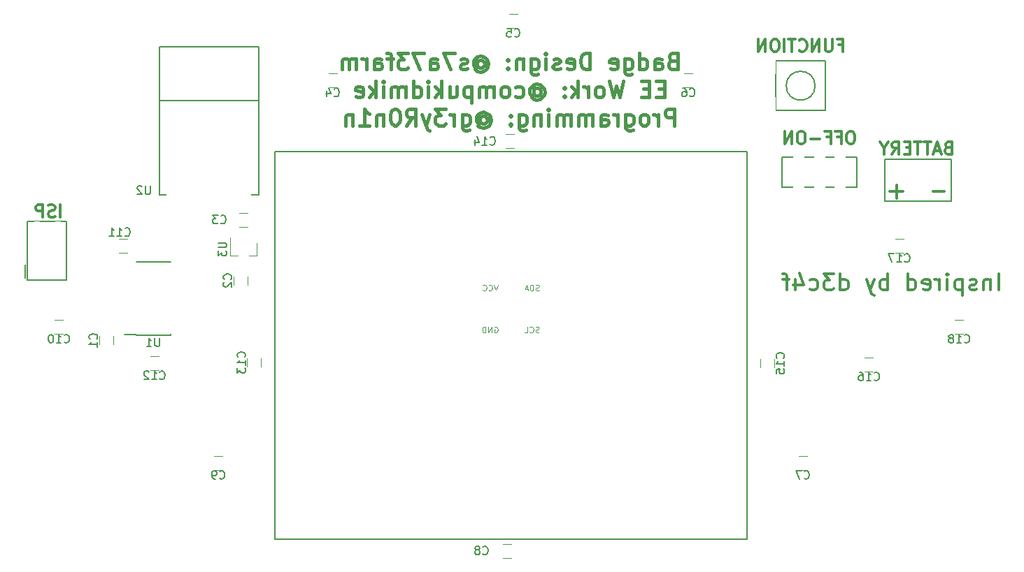
<source format=gbo>
G04 #@! TF.FileFunction,Legend,Bot*
%FSLAX46Y46*%
G04 Gerber Fmt 4.6, Leading zero omitted, Abs format (unit mm)*
G04 Created by KiCad (PCBNEW 4.0.7) date 06/01/18 20:23:33*
%MOMM*%
%LPD*%
G01*
G04 APERTURE LIST*
%ADD10C,0.100000*%
%ADD11C,0.300000*%
%ADD12C,0.400000*%
%ADD13C,0.150000*%
%ADD14C,0.120000*%
%ADD15R,1.400000X3.000000*%
%ADD16R,1.400000X2.400000*%
%ADD17R,1.950000X1.700000*%
%ADD18C,1.900000*%
%ADD19R,1.900000X1.900000*%
%ADD20R,1.200000X1.300000*%
%ADD21R,1.900000X1.000000*%
%ADD22R,1.400000X1.650000*%
%ADD23R,1.650000X1.400000*%
%ADD24C,2.600000*%
%ADD25C,2.100000*%
%ADD26O,2.100000X2.100000*%
G04 APERTURE END LIST*
D10*
D11*
X211151764Y-87391762D02*
X211151764Y-85391762D01*
X210199383Y-86058429D02*
X210199383Y-87391762D01*
X210199383Y-86248905D02*
X210104144Y-86153667D01*
X209913668Y-86058429D01*
X209627954Y-86058429D01*
X209437478Y-86153667D01*
X209342240Y-86344143D01*
X209342240Y-87391762D01*
X208485097Y-87296524D02*
X208294620Y-87391762D01*
X207913668Y-87391762D01*
X207723192Y-87296524D01*
X207627954Y-87106048D01*
X207627954Y-87010810D01*
X207723192Y-86820333D01*
X207913668Y-86725095D01*
X208199382Y-86725095D01*
X208389859Y-86629857D01*
X208485097Y-86439381D01*
X208485097Y-86344143D01*
X208389859Y-86153667D01*
X208199382Y-86058429D01*
X207913668Y-86058429D01*
X207723192Y-86153667D01*
X206770811Y-86058429D02*
X206770811Y-88058429D01*
X206770811Y-86153667D02*
X206580334Y-86058429D01*
X206199382Y-86058429D01*
X206008906Y-86153667D01*
X205913668Y-86248905D01*
X205818430Y-86439381D01*
X205818430Y-87010810D01*
X205913668Y-87201286D01*
X206008906Y-87296524D01*
X206199382Y-87391762D01*
X206580334Y-87391762D01*
X206770811Y-87296524D01*
X204961287Y-87391762D02*
X204961287Y-86058429D01*
X204961287Y-85391762D02*
X205056525Y-85487000D01*
X204961287Y-85582238D01*
X204866048Y-85487000D01*
X204961287Y-85391762D01*
X204961287Y-85582238D01*
X204008906Y-87391762D02*
X204008906Y-86058429D01*
X204008906Y-86439381D02*
X203913667Y-86248905D01*
X203818429Y-86153667D01*
X203627953Y-86058429D01*
X203437477Y-86058429D01*
X202008906Y-87296524D02*
X202199382Y-87391762D01*
X202580334Y-87391762D01*
X202770811Y-87296524D01*
X202866049Y-87106048D01*
X202866049Y-86344143D01*
X202770811Y-86153667D01*
X202580334Y-86058429D01*
X202199382Y-86058429D01*
X202008906Y-86153667D01*
X201913668Y-86344143D01*
X201913668Y-86534619D01*
X202866049Y-86725095D01*
X200199382Y-87391762D02*
X200199382Y-85391762D01*
X200199382Y-87296524D02*
X200389858Y-87391762D01*
X200770810Y-87391762D01*
X200961286Y-87296524D01*
X201056525Y-87201286D01*
X201151763Y-87010810D01*
X201151763Y-86439381D01*
X201056525Y-86248905D01*
X200961286Y-86153667D01*
X200770810Y-86058429D01*
X200389858Y-86058429D01*
X200199382Y-86153667D01*
X197723191Y-87391762D02*
X197723191Y-85391762D01*
X197723191Y-86153667D02*
X197532714Y-86058429D01*
X197151762Y-86058429D01*
X196961286Y-86153667D01*
X196866048Y-86248905D01*
X196770810Y-86439381D01*
X196770810Y-87010810D01*
X196866048Y-87201286D01*
X196961286Y-87296524D01*
X197151762Y-87391762D01*
X197532714Y-87391762D01*
X197723191Y-87296524D01*
X196104143Y-86058429D02*
X195627952Y-87391762D01*
X195151762Y-86058429D02*
X195627952Y-87391762D01*
X195818428Y-87867952D01*
X195913667Y-87963190D01*
X196104143Y-88058429D01*
X192008904Y-87391762D02*
X192008904Y-85391762D01*
X192008904Y-87296524D02*
X192199380Y-87391762D01*
X192580332Y-87391762D01*
X192770808Y-87296524D01*
X192866047Y-87201286D01*
X192961285Y-87010810D01*
X192961285Y-86439381D01*
X192866047Y-86248905D01*
X192770808Y-86153667D01*
X192580332Y-86058429D01*
X192199380Y-86058429D01*
X192008904Y-86153667D01*
X191246999Y-85391762D02*
X190008903Y-85391762D01*
X190675570Y-86153667D01*
X190389856Y-86153667D01*
X190199380Y-86248905D01*
X190104142Y-86344143D01*
X190008903Y-86534619D01*
X190008903Y-87010810D01*
X190104142Y-87201286D01*
X190199380Y-87296524D01*
X190389856Y-87391762D01*
X190961284Y-87391762D01*
X191151761Y-87296524D01*
X191246999Y-87201286D01*
X188294618Y-87296524D02*
X188485094Y-87391762D01*
X188866046Y-87391762D01*
X189056522Y-87296524D01*
X189151761Y-87201286D01*
X189246999Y-87010810D01*
X189246999Y-86439381D01*
X189151761Y-86248905D01*
X189056522Y-86153667D01*
X188866046Y-86058429D01*
X188485094Y-86058429D01*
X188294618Y-86153667D01*
X186580332Y-86058429D02*
X186580332Y-87391762D01*
X187056522Y-85296524D02*
X187532713Y-86725095D01*
X186294617Y-86725095D01*
X185818427Y-86058429D02*
X185056522Y-86058429D01*
X185532713Y-87391762D02*
X185532713Y-85677476D01*
X185437474Y-85487000D01*
X185246998Y-85391762D01*
X185056522Y-85391762D01*
D12*
X171685669Y-59576143D02*
X171399955Y-59671381D01*
X171304716Y-59766619D01*
X171209478Y-59957095D01*
X171209478Y-60242810D01*
X171304716Y-60433286D01*
X171399955Y-60528524D01*
X171590431Y-60623762D01*
X172352336Y-60623762D01*
X172352336Y-58623762D01*
X171685669Y-58623762D01*
X171495193Y-58719000D01*
X171399955Y-58814238D01*
X171304716Y-59004714D01*
X171304716Y-59195190D01*
X171399955Y-59385667D01*
X171495193Y-59480905D01*
X171685669Y-59576143D01*
X172352336Y-59576143D01*
X169495193Y-60623762D02*
X169495193Y-59576143D01*
X169590431Y-59385667D01*
X169780907Y-59290429D01*
X170161859Y-59290429D01*
X170352336Y-59385667D01*
X169495193Y-60528524D02*
X169685669Y-60623762D01*
X170161859Y-60623762D01*
X170352336Y-60528524D01*
X170447574Y-60338048D01*
X170447574Y-60147571D01*
X170352336Y-59957095D01*
X170161859Y-59861857D01*
X169685669Y-59861857D01*
X169495193Y-59766619D01*
X167685669Y-60623762D02*
X167685669Y-58623762D01*
X167685669Y-60528524D02*
X167876145Y-60623762D01*
X168257097Y-60623762D01*
X168447573Y-60528524D01*
X168542812Y-60433286D01*
X168638050Y-60242810D01*
X168638050Y-59671381D01*
X168542812Y-59480905D01*
X168447573Y-59385667D01*
X168257097Y-59290429D01*
X167876145Y-59290429D01*
X167685669Y-59385667D01*
X165876145Y-59290429D02*
X165876145Y-60909476D01*
X165971383Y-61099952D01*
X166066621Y-61195190D01*
X166257097Y-61290429D01*
X166542811Y-61290429D01*
X166733288Y-61195190D01*
X165876145Y-60528524D02*
X166066621Y-60623762D01*
X166447573Y-60623762D01*
X166638049Y-60528524D01*
X166733288Y-60433286D01*
X166828526Y-60242810D01*
X166828526Y-59671381D01*
X166733288Y-59480905D01*
X166638049Y-59385667D01*
X166447573Y-59290429D01*
X166066621Y-59290429D01*
X165876145Y-59385667D01*
X164161859Y-60528524D02*
X164352335Y-60623762D01*
X164733287Y-60623762D01*
X164923764Y-60528524D01*
X165019002Y-60338048D01*
X165019002Y-59576143D01*
X164923764Y-59385667D01*
X164733287Y-59290429D01*
X164352335Y-59290429D01*
X164161859Y-59385667D01*
X164066621Y-59576143D01*
X164066621Y-59766619D01*
X165019002Y-59957095D01*
X161685668Y-60623762D02*
X161685668Y-58623762D01*
X161209477Y-58623762D01*
X160923763Y-58719000D01*
X160733287Y-58909476D01*
X160638048Y-59099952D01*
X160542810Y-59480905D01*
X160542810Y-59766619D01*
X160638048Y-60147571D01*
X160733287Y-60338048D01*
X160923763Y-60528524D01*
X161209477Y-60623762D01*
X161685668Y-60623762D01*
X158923763Y-60528524D02*
X159114239Y-60623762D01*
X159495191Y-60623762D01*
X159685668Y-60528524D01*
X159780906Y-60338048D01*
X159780906Y-59576143D01*
X159685668Y-59385667D01*
X159495191Y-59290429D01*
X159114239Y-59290429D01*
X158923763Y-59385667D01*
X158828525Y-59576143D01*
X158828525Y-59766619D01*
X159780906Y-59957095D01*
X158066620Y-60528524D02*
X157876143Y-60623762D01*
X157495191Y-60623762D01*
X157304715Y-60528524D01*
X157209477Y-60338048D01*
X157209477Y-60242810D01*
X157304715Y-60052333D01*
X157495191Y-59957095D01*
X157780905Y-59957095D01*
X157971382Y-59861857D01*
X158066620Y-59671381D01*
X158066620Y-59576143D01*
X157971382Y-59385667D01*
X157780905Y-59290429D01*
X157495191Y-59290429D01*
X157304715Y-59385667D01*
X156352334Y-60623762D02*
X156352334Y-59290429D01*
X156352334Y-58623762D02*
X156447572Y-58719000D01*
X156352334Y-58814238D01*
X156257095Y-58719000D01*
X156352334Y-58623762D01*
X156352334Y-58814238D01*
X154542810Y-59290429D02*
X154542810Y-60909476D01*
X154638048Y-61099952D01*
X154733286Y-61195190D01*
X154923762Y-61290429D01*
X155209476Y-61290429D01*
X155399953Y-61195190D01*
X154542810Y-60528524D02*
X154733286Y-60623762D01*
X155114238Y-60623762D01*
X155304714Y-60528524D01*
X155399953Y-60433286D01*
X155495191Y-60242810D01*
X155495191Y-59671381D01*
X155399953Y-59480905D01*
X155304714Y-59385667D01*
X155114238Y-59290429D01*
X154733286Y-59290429D01*
X154542810Y-59385667D01*
X153590429Y-59290429D02*
X153590429Y-60623762D01*
X153590429Y-59480905D02*
X153495190Y-59385667D01*
X153304714Y-59290429D01*
X153019000Y-59290429D01*
X152828524Y-59385667D01*
X152733286Y-59576143D01*
X152733286Y-60623762D01*
X151780905Y-60433286D02*
X151685666Y-60528524D01*
X151780905Y-60623762D01*
X151876143Y-60528524D01*
X151780905Y-60433286D01*
X151780905Y-60623762D01*
X151780905Y-59385667D02*
X151685666Y-59480905D01*
X151780905Y-59576143D01*
X151876143Y-59480905D01*
X151780905Y-59385667D01*
X151780905Y-59576143D01*
X148066618Y-59671381D02*
X148161856Y-59576143D01*
X148352333Y-59480905D01*
X148542809Y-59480905D01*
X148733285Y-59576143D01*
X148828523Y-59671381D01*
X148923761Y-59861857D01*
X148923761Y-60052333D01*
X148828523Y-60242810D01*
X148733285Y-60338048D01*
X148542809Y-60433286D01*
X148352333Y-60433286D01*
X148161856Y-60338048D01*
X148066618Y-60242810D01*
X148066618Y-59480905D02*
X148066618Y-60242810D01*
X147971380Y-60338048D01*
X147876142Y-60338048D01*
X147685666Y-60242810D01*
X147590428Y-60052333D01*
X147590428Y-59576143D01*
X147780904Y-59290429D01*
X148066618Y-59099952D01*
X148447571Y-59004714D01*
X148828523Y-59099952D01*
X149114237Y-59290429D01*
X149304714Y-59576143D01*
X149399952Y-59957095D01*
X149304714Y-60338048D01*
X149114237Y-60623762D01*
X148828523Y-60814238D01*
X148447571Y-60909476D01*
X148066618Y-60814238D01*
X147780904Y-60623762D01*
X146828523Y-60528524D02*
X146638046Y-60623762D01*
X146257094Y-60623762D01*
X146066618Y-60528524D01*
X145971380Y-60338048D01*
X145971380Y-60242810D01*
X146066618Y-60052333D01*
X146257094Y-59957095D01*
X146542808Y-59957095D01*
X146733285Y-59861857D01*
X146828523Y-59671381D01*
X146828523Y-59576143D01*
X146733285Y-59385667D01*
X146542808Y-59290429D01*
X146257094Y-59290429D01*
X146066618Y-59385667D01*
X145304713Y-58623762D02*
X143971379Y-58623762D01*
X144828522Y-60623762D01*
X142352332Y-60623762D02*
X142352332Y-59576143D01*
X142447570Y-59385667D01*
X142638046Y-59290429D01*
X143018998Y-59290429D01*
X143209475Y-59385667D01*
X142352332Y-60528524D02*
X142542808Y-60623762D01*
X143018998Y-60623762D01*
X143209475Y-60528524D01*
X143304713Y-60338048D01*
X143304713Y-60147571D01*
X143209475Y-59957095D01*
X143018998Y-59861857D01*
X142542808Y-59861857D01*
X142352332Y-59766619D01*
X141590427Y-58623762D02*
X140257093Y-58623762D01*
X141114236Y-60623762D01*
X139685665Y-58623762D02*
X138447569Y-58623762D01*
X139114236Y-59385667D01*
X138828522Y-59385667D01*
X138638046Y-59480905D01*
X138542808Y-59576143D01*
X138447569Y-59766619D01*
X138447569Y-60242810D01*
X138542808Y-60433286D01*
X138638046Y-60528524D01*
X138828522Y-60623762D01*
X139399950Y-60623762D01*
X139590427Y-60528524D01*
X139685665Y-60433286D01*
X137876141Y-59290429D02*
X137114236Y-59290429D01*
X137590427Y-60623762D02*
X137590427Y-58909476D01*
X137495188Y-58719000D01*
X137304712Y-58623762D01*
X137114236Y-58623762D01*
X135590427Y-60623762D02*
X135590427Y-59576143D01*
X135685665Y-59385667D01*
X135876141Y-59290429D01*
X136257093Y-59290429D01*
X136447570Y-59385667D01*
X135590427Y-60528524D02*
X135780903Y-60623762D01*
X136257093Y-60623762D01*
X136447570Y-60528524D01*
X136542808Y-60338048D01*
X136542808Y-60147571D01*
X136447570Y-59957095D01*
X136257093Y-59861857D01*
X135780903Y-59861857D01*
X135590427Y-59766619D01*
X134638046Y-60623762D02*
X134638046Y-59290429D01*
X134638046Y-59671381D02*
X134542807Y-59480905D01*
X134447569Y-59385667D01*
X134257093Y-59290429D01*
X134066617Y-59290429D01*
X133399951Y-60623762D02*
X133399951Y-59290429D01*
X133399951Y-59480905D02*
X133304712Y-59385667D01*
X133114236Y-59290429D01*
X132828522Y-59290429D01*
X132638046Y-59385667D01*
X132542808Y-59576143D01*
X132542808Y-60623762D01*
X132542808Y-59576143D02*
X132447570Y-59385667D01*
X132257093Y-59290429D01*
X131971379Y-59290429D01*
X131780903Y-59385667D01*
X131685665Y-59576143D01*
X131685665Y-60623762D01*
X170685669Y-62976143D02*
X170019002Y-62976143D01*
X169733288Y-64023762D02*
X170685669Y-64023762D01*
X170685669Y-62023762D01*
X169733288Y-62023762D01*
X168876145Y-62976143D02*
X168209478Y-62976143D01*
X167923764Y-64023762D02*
X168876145Y-64023762D01*
X168876145Y-62023762D01*
X167923764Y-62023762D01*
X165733287Y-62023762D02*
X165257096Y-64023762D01*
X164876144Y-62595190D01*
X164495191Y-64023762D01*
X164019001Y-62023762D01*
X162971382Y-64023762D02*
X163161858Y-63928524D01*
X163257097Y-63833286D01*
X163352335Y-63642810D01*
X163352335Y-63071381D01*
X163257097Y-62880905D01*
X163161858Y-62785667D01*
X162971382Y-62690429D01*
X162685668Y-62690429D01*
X162495192Y-62785667D01*
X162399954Y-62880905D01*
X162304716Y-63071381D01*
X162304716Y-63642810D01*
X162399954Y-63833286D01*
X162495192Y-63928524D01*
X162685668Y-64023762D01*
X162971382Y-64023762D01*
X161447573Y-64023762D02*
X161447573Y-62690429D01*
X161447573Y-63071381D02*
X161352334Y-62880905D01*
X161257096Y-62785667D01*
X161066620Y-62690429D01*
X160876144Y-62690429D01*
X160209478Y-64023762D02*
X160209478Y-62023762D01*
X160019001Y-63261857D02*
X159447573Y-64023762D01*
X159447573Y-62690429D02*
X160209478Y-63452333D01*
X158590430Y-63833286D02*
X158495191Y-63928524D01*
X158590430Y-64023762D01*
X158685668Y-63928524D01*
X158590430Y-63833286D01*
X158590430Y-64023762D01*
X158590430Y-62785667D02*
X158495191Y-62880905D01*
X158590430Y-62976143D01*
X158685668Y-62880905D01*
X158590430Y-62785667D01*
X158590430Y-62976143D01*
X154876143Y-63071381D02*
X154971381Y-62976143D01*
X155161858Y-62880905D01*
X155352334Y-62880905D01*
X155542810Y-62976143D01*
X155638048Y-63071381D01*
X155733286Y-63261857D01*
X155733286Y-63452333D01*
X155638048Y-63642810D01*
X155542810Y-63738048D01*
X155352334Y-63833286D01*
X155161858Y-63833286D01*
X154971381Y-63738048D01*
X154876143Y-63642810D01*
X154876143Y-62880905D02*
X154876143Y-63642810D01*
X154780905Y-63738048D01*
X154685667Y-63738048D01*
X154495191Y-63642810D01*
X154399953Y-63452333D01*
X154399953Y-62976143D01*
X154590429Y-62690429D01*
X154876143Y-62499952D01*
X155257096Y-62404714D01*
X155638048Y-62499952D01*
X155923762Y-62690429D01*
X156114239Y-62976143D01*
X156209477Y-63357095D01*
X156114239Y-63738048D01*
X155923762Y-64023762D01*
X155638048Y-64214238D01*
X155257096Y-64309476D01*
X154876143Y-64214238D01*
X154590429Y-64023762D01*
X152685667Y-63928524D02*
X152876143Y-64023762D01*
X153257095Y-64023762D01*
X153447571Y-63928524D01*
X153542810Y-63833286D01*
X153638048Y-63642810D01*
X153638048Y-63071381D01*
X153542810Y-62880905D01*
X153447571Y-62785667D01*
X153257095Y-62690429D01*
X152876143Y-62690429D01*
X152685667Y-62785667D01*
X151542809Y-64023762D02*
X151733285Y-63928524D01*
X151828524Y-63833286D01*
X151923762Y-63642810D01*
X151923762Y-63071381D01*
X151828524Y-62880905D01*
X151733285Y-62785667D01*
X151542809Y-62690429D01*
X151257095Y-62690429D01*
X151066619Y-62785667D01*
X150971381Y-62880905D01*
X150876143Y-63071381D01*
X150876143Y-63642810D01*
X150971381Y-63833286D01*
X151066619Y-63928524D01*
X151257095Y-64023762D01*
X151542809Y-64023762D01*
X150019000Y-64023762D02*
X150019000Y-62690429D01*
X150019000Y-62880905D02*
X149923761Y-62785667D01*
X149733285Y-62690429D01*
X149447571Y-62690429D01*
X149257095Y-62785667D01*
X149161857Y-62976143D01*
X149161857Y-64023762D01*
X149161857Y-62976143D02*
X149066619Y-62785667D01*
X148876142Y-62690429D01*
X148590428Y-62690429D01*
X148399952Y-62785667D01*
X148304714Y-62976143D01*
X148304714Y-64023762D01*
X147352333Y-62690429D02*
X147352333Y-64690429D01*
X147352333Y-62785667D02*
X147161856Y-62690429D01*
X146780904Y-62690429D01*
X146590428Y-62785667D01*
X146495190Y-62880905D01*
X146399952Y-63071381D01*
X146399952Y-63642810D01*
X146495190Y-63833286D01*
X146590428Y-63928524D01*
X146780904Y-64023762D01*
X147161856Y-64023762D01*
X147352333Y-63928524D01*
X144685666Y-62690429D02*
X144685666Y-64023762D01*
X145542809Y-62690429D02*
X145542809Y-63738048D01*
X145447570Y-63928524D01*
X145257094Y-64023762D01*
X144971380Y-64023762D01*
X144780904Y-63928524D01*
X144685666Y-63833286D01*
X143733285Y-64023762D02*
X143733285Y-62023762D01*
X143542808Y-63261857D02*
X142971380Y-64023762D01*
X142971380Y-62690429D02*
X143733285Y-63452333D01*
X142114237Y-64023762D02*
X142114237Y-62690429D01*
X142114237Y-62023762D02*
X142209475Y-62119000D01*
X142114237Y-62214238D01*
X142018998Y-62119000D01*
X142114237Y-62023762D01*
X142114237Y-62214238D01*
X140304713Y-64023762D02*
X140304713Y-62023762D01*
X140304713Y-63928524D02*
X140495189Y-64023762D01*
X140876141Y-64023762D01*
X141066617Y-63928524D01*
X141161856Y-63833286D01*
X141257094Y-63642810D01*
X141257094Y-63071381D01*
X141161856Y-62880905D01*
X141066617Y-62785667D01*
X140876141Y-62690429D01*
X140495189Y-62690429D01*
X140304713Y-62785667D01*
X139352332Y-64023762D02*
X139352332Y-62690429D01*
X139352332Y-62880905D02*
X139257093Y-62785667D01*
X139066617Y-62690429D01*
X138780903Y-62690429D01*
X138590427Y-62785667D01*
X138495189Y-62976143D01*
X138495189Y-64023762D01*
X138495189Y-62976143D02*
X138399951Y-62785667D01*
X138209474Y-62690429D01*
X137923760Y-62690429D01*
X137733284Y-62785667D01*
X137638046Y-62976143D01*
X137638046Y-64023762D01*
X136685665Y-64023762D02*
X136685665Y-62690429D01*
X136685665Y-62023762D02*
X136780903Y-62119000D01*
X136685665Y-62214238D01*
X136590426Y-62119000D01*
X136685665Y-62023762D01*
X136685665Y-62214238D01*
X135733284Y-64023762D02*
X135733284Y-62023762D01*
X135542807Y-63261857D02*
X134971379Y-64023762D01*
X134971379Y-62690429D02*
X135733284Y-63452333D01*
X133352331Y-63928524D02*
X133542807Y-64023762D01*
X133923759Y-64023762D01*
X134114236Y-63928524D01*
X134209474Y-63738048D01*
X134209474Y-62976143D01*
X134114236Y-62785667D01*
X133923759Y-62690429D01*
X133542807Y-62690429D01*
X133352331Y-62785667D01*
X133257093Y-62976143D01*
X133257093Y-63166619D01*
X134209474Y-63357095D01*
X171923764Y-67423762D02*
X171923764Y-65423762D01*
X171161859Y-65423762D01*
X170971383Y-65519000D01*
X170876144Y-65614238D01*
X170780906Y-65804714D01*
X170780906Y-66090429D01*
X170876144Y-66280905D01*
X170971383Y-66376143D01*
X171161859Y-66471381D01*
X171923764Y-66471381D01*
X169923764Y-67423762D02*
X169923764Y-66090429D01*
X169923764Y-66471381D02*
X169828525Y-66280905D01*
X169733287Y-66185667D01*
X169542811Y-66090429D01*
X169352335Y-66090429D01*
X168399954Y-67423762D02*
X168590430Y-67328524D01*
X168685669Y-67233286D01*
X168780907Y-67042810D01*
X168780907Y-66471381D01*
X168685669Y-66280905D01*
X168590430Y-66185667D01*
X168399954Y-66090429D01*
X168114240Y-66090429D01*
X167923764Y-66185667D01*
X167828526Y-66280905D01*
X167733288Y-66471381D01*
X167733288Y-67042810D01*
X167828526Y-67233286D01*
X167923764Y-67328524D01*
X168114240Y-67423762D01*
X168399954Y-67423762D01*
X166019002Y-66090429D02*
X166019002Y-67709476D01*
X166114240Y-67899952D01*
X166209478Y-67995190D01*
X166399954Y-68090429D01*
X166685668Y-68090429D01*
X166876145Y-67995190D01*
X166019002Y-67328524D02*
X166209478Y-67423762D01*
X166590430Y-67423762D01*
X166780906Y-67328524D01*
X166876145Y-67233286D01*
X166971383Y-67042810D01*
X166971383Y-66471381D01*
X166876145Y-66280905D01*
X166780906Y-66185667D01*
X166590430Y-66090429D01*
X166209478Y-66090429D01*
X166019002Y-66185667D01*
X165066621Y-67423762D02*
X165066621Y-66090429D01*
X165066621Y-66471381D02*
X164971382Y-66280905D01*
X164876144Y-66185667D01*
X164685668Y-66090429D01*
X164495192Y-66090429D01*
X162971383Y-67423762D02*
X162971383Y-66376143D01*
X163066621Y-66185667D01*
X163257097Y-66090429D01*
X163638049Y-66090429D01*
X163828526Y-66185667D01*
X162971383Y-67328524D02*
X163161859Y-67423762D01*
X163638049Y-67423762D01*
X163828526Y-67328524D01*
X163923764Y-67138048D01*
X163923764Y-66947571D01*
X163828526Y-66757095D01*
X163638049Y-66661857D01*
X163161859Y-66661857D01*
X162971383Y-66566619D01*
X162019002Y-67423762D02*
X162019002Y-66090429D01*
X162019002Y-66280905D02*
X161923763Y-66185667D01*
X161733287Y-66090429D01*
X161447573Y-66090429D01*
X161257097Y-66185667D01*
X161161859Y-66376143D01*
X161161859Y-67423762D01*
X161161859Y-66376143D02*
X161066621Y-66185667D01*
X160876144Y-66090429D01*
X160590430Y-66090429D01*
X160399954Y-66185667D01*
X160304716Y-66376143D01*
X160304716Y-67423762D01*
X159352335Y-67423762D02*
X159352335Y-66090429D01*
X159352335Y-66280905D02*
X159257096Y-66185667D01*
X159066620Y-66090429D01*
X158780906Y-66090429D01*
X158590430Y-66185667D01*
X158495192Y-66376143D01*
X158495192Y-67423762D01*
X158495192Y-66376143D02*
X158399954Y-66185667D01*
X158209477Y-66090429D01*
X157923763Y-66090429D01*
X157733287Y-66185667D01*
X157638049Y-66376143D01*
X157638049Y-67423762D01*
X156685668Y-67423762D02*
X156685668Y-66090429D01*
X156685668Y-65423762D02*
X156780906Y-65519000D01*
X156685668Y-65614238D01*
X156590429Y-65519000D01*
X156685668Y-65423762D01*
X156685668Y-65614238D01*
X155733287Y-66090429D02*
X155733287Y-67423762D01*
X155733287Y-66280905D02*
X155638048Y-66185667D01*
X155447572Y-66090429D01*
X155161858Y-66090429D01*
X154971382Y-66185667D01*
X154876144Y-66376143D01*
X154876144Y-67423762D01*
X153066620Y-66090429D02*
X153066620Y-67709476D01*
X153161858Y-67899952D01*
X153257096Y-67995190D01*
X153447572Y-68090429D01*
X153733286Y-68090429D01*
X153923763Y-67995190D01*
X153066620Y-67328524D02*
X153257096Y-67423762D01*
X153638048Y-67423762D01*
X153828524Y-67328524D01*
X153923763Y-67233286D01*
X154019001Y-67042810D01*
X154019001Y-66471381D01*
X153923763Y-66280905D01*
X153828524Y-66185667D01*
X153638048Y-66090429D01*
X153257096Y-66090429D01*
X153066620Y-66185667D01*
X152114239Y-67233286D02*
X152019000Y-67328524D01*
X152114239Y-67423762D01*
X152209477Y-67328524D01*
X152114239Y-67233286D01*
X152114239Y-67423762D01*
X152114239Y-66185667D02*
X152019000Y-66280905D01*
X152114239Y-66376143D01*
X152209477Y-66280905D01*
X152114239Y-66185667D01*
X152114239Y-66376143D01*
X148399952Y-66471381D02*
X148495190Y-66376143D01*
X148685667Y-66280905D01*
X148876143Y-66280905D01*
X149066619Y-66376143D01*
X149161857Y-66471381D01*
X149257095Y-66661857D01*
X149257095Y-66852333D01*
X149161857Y-67042810D01*
X149066619Y-67138048D01*
X148876143Y-67233286D01*
X148685667Y-67233286D01*
X148495190Y-67138048D01*
X148399952Y-67042810D01*
X148399952Y-66280905D02*
X148399952Y-67042810D01*
X148304714Y-67138048D01*
X148209476Y-67138048D01*
X148019000Y-67042810D01*
X147923762Y-66852333D01*
X147923762Y-66376143D01*
X148114238Y-66090429D01*
X148399952Y-65899952D01*
X148780905Y-65804714D01*
X149161857Y-65899952D01*
X149447571Y-66090429D01*
X149638048Y-66376143D01*
X149733286Y-66757095D01*
X149638048Y-67138048D01*
X149447571Y-67423762D01*
X149161857Y-67614238D01*
X148780905Y-67709476D01*
X148399952Y-67614238D01*
X148114238Y-67423762D01*
X146209476Y-66090429D02*
X146209476Y-67709476D01*
X146304714Y-67899952D01*
X146399952Y-67995190D01*
X146590428Y-68090429D01*
X146876142Y-68090429D01*
X147066619Y-67995190D01*
X146209476Y-67328524D02*
X146399952Y-67423762D01*
X146780904Y-67423762D01*
X146971380Y-67328524D01*
X147066619Y-67233286D01*
X147161857Y-67042810D01*
X147161857Y-66471381D01*
X147066619Y-66280905D01*
X146971380Y-66185667D01*
X146780904Y-66090429D01*
X146399952Y-66090429D01*
X146209476Y-66185667D01*
X145257095Y-67423762D02*
X145257095Y-66090429D01*
X145257095Y-66471381D02*
X145161856Y-66280905D01*
X145066618Y-66185667D01*
X144876142Y-66090429D01*
X144685666Y-66090429D01*
X144209476Y-65423762D02*
X142971380Y-65423762D01*
X143638047Y-66185667D01*
X143352333Y-66185667D01*
X143161857Y-66280905D01*
X143066619Y-66376143D01*
X142971380Y-66566619D01*
X142971380Y-67042810D01*
X143066619Y-67233286D01*
X143161857Y-67328524D01*
X143352333Y-67423762D01*
X143923761Y-67423762D01*
X144114238Y-67328524D01*
X144209476Y-67233286D01*
X142304714Y-66090429D02*
X141828523Y-67423762D01*
X141352333Y-66090429D02*
X141828523Y-67423762D01*
X142018999Y-67899952D01*
X142114238Y-67995190D01*
X142304714Y-68090429D01*
X139447570Y-67423762D02*
X140114237Y-66471381D01*
X140590428Y-67423762D02*
X140590428Y-65423762D01*
X139828523Y-65423762D01*
X139638047Y-65519000D01*
X139542808Y-65614238D01*
X139447570Y-65804714D01*
X139447570Y-66090429D01*
X139542808Y-66280905D01*
X139638047Y-66376143D01*
X139828523Y-66471381D01*
X140590428Y-66471381D01*
X138209475Y-65423762D02*
X138018999Y-65423762D01*
X137828523Y-65519000D01*
X137733285Y-65614238D01*
X137638047Y-65804714D01*
X137542808Y-66185667D01*
X137542808Y-66661857D01*
X137638047Y-67042810D01*
X137733285Y-67233286D01*
X137828523Y-67328524D01*
X138018999Y-67423762D01*
X138209475Y-67423762D01*
X138399951Y-67328524D01*
X138495189Y-67233286D01*
X138590428Y-67042810D01*
X138685666Y-66661857D01*
X138685666Y-66185667D01*
X138590428Y-65804714D01*
X138495189Y-65614238D01*
X138399951Y-65519000D01*
X138209475Y-65423762D01*
X136685666Y-66090429D02*
X136685666Y-67423762D01*
X136685666Y-66280905D02*
X136590427Y-66185667D01*
X136399951Y-66090429D01*
X136114237Y-66090429D01*
X135923761Y-66185667D01*
X135828523Y-66376143D01*
X135828523Y-67423762D01*
X133828522Y-67423762D02*
X134971380Y-67423762D01*
X134399951Y-67423762D02*
X134399951Y-65423762D01*
X134590427Y-65709476D01*
X134780903Y-65899952D01*
X134971380Y-65995190D01*
X132971380Y-66090429D02*
X132971380Y-67423762D01*
X132971380Y-66280905D02*
X132876141Y-66185667D01*
X132685665Y-66090429D01*
X132399951Y-66090429D01*
X132209475Y-66185667D01*
X132114237Y-66376143D01*
X132114237Y-67423762D01*
D11*
X205044999Y-70123857D02*
X204830713Y-70195286D01*
X204759285Y-70266714D01*
X204687856Y-70409571D01*
X204687856Y-70623857D01*
X204759285Y-70766714D01*
X204830713Y-70838143D01*
X204973571Y-70909571D01*
X205544999Y-70909571D01*
X205544999Y-69409571D01*
X205044999Y-69409571D01*
X204902142Y-69481000D01*
X204830713Y-69552429D01*
X204759285Y-69695286D01*
X204759285Y-69838143D01*
X204830713Y-69981000D01*
X204902142Y-70052429D01*
X205044999Y-70123857D01*
X205544999Y-70123857D01*
X204116428Y-70481000D02*
X203402142Y-70481000D01*
X204259285Y-70909571D02*
X203759285Y-69409571D01*
X203259285Y-70909571D01*
X202973571Y-69409571D02*
X202116428Y-69409571D01*
X202544999Y-70909571D02*
X202544999Y-69409571D01*
X201830714Y-69409571D02*
X200973571Y-69409571D01*
X201402142Y-70909571D02*
X201402142Y-69409571D01*
X200473571Y-70123857D02*
X199973571Y-70123857D01*
X199759285Y-70909571D02*
X200473571Y-70909571D01*
X200473571Y-69409571D01*
X199759285Y-69409571D01*
X198259285Y-70909571D02*
X198759285Y-70195286D01*
X199116428Y-70909571D02*
X199116428Y-69409571D01*
X198545000Y-69409571D01*
X198402142Y-69481000D01*
X198330714Y-69552429D01*
X198259285Y-69695286D01*
X198259285Y-69909571D01*
X198330714Y-70052429D01*
X198402142Y-70123857D01*
X198545000Y-70195286D01*
X199116428Y-70195286D01*
X197330714Y-70195286D02*
X197330714Y-70909571D01*
X197830714Y-69409571D02*
X197330714Y-70195286D01*
X196830714Y-69409571D01*
X193412572Y-68139571D02*
X193126858Y-68139571D01*
X192984000Y-68211000D01*
X192841143Y-68353857D01*
X192769715Y-68639571D01*
X192769715Y-69139571D01*
X192841143Y-69425286D01*
X192984000Y-69568143D01*
X193126858Y-69639571D01*
X193412572Y-69639571D01*
X193555429Y-69568143D01*
X193698286Y-69425286D01*
X193769715Y-69139571D01*
X193769715Y-68639571D01*
X193698286Y-68353857D01*
X193555429Y-68211000D01*
X193412572Y-68139571D01*
X191626857Y-68853857D02*
X192126857Y-68853857D01*
X192126857Y-69639571D02*
X192126857Y-68139571D01*
X191412571Y-68139571D01*
X190341143Y-68853857D02*
X190841143Y-68853857D01*
X190841143Y-69639571D02*
X190841143Y-68139571D01*
X190126857Y-68139571D01*
X189555429Y-69068143D02*
X188412572Y-69068143D01*
X187412572Y-68139571D02*
X187126858Y-68139571D01*
X186984000Y-68211000D01*
X186841143Y-68353857D01*
X186769715Y-68639571D01*
X186769715Y-69139571D01*
X186841143Y-69425286D01*
X186984000Y-69568143D01*
X187126858Y-69639571D01*
X187412572Y-69639571D01*
X187555429Y-69568143D01*
X187698286Y-69425286D01*
X187769715Y-69139571D01*
X187769715Y-68639571D01*
X187698286Y-68353857D01*
X187555429Y-68211000D01*
X187412572Y-68139571D01*
X186126857Y-69639571D02*
X186126857Y-68139571D01*
X185269714Y-69639571D01*
X185269714Y-68139571D01*
X191805143Y-57677857D02*
X192305143Y-57677857D01*
X192305143Y-58463571D02*
X192305143Y-56963571D01*
X191590857Y-56963571D01*
X191019429Y-56963571D02*
X191019429Y-58177857D01*
X190948001Y-58320714D01*
X190876572Y-58392143D01*
X190733715Y-58463571D01*
X190448001Y-58463571D01*
X190305143Y-58392143D01*
X190233715Y-58320714D01*
X190162286Y-58177857D01*
X190162286Y-56963571D01*
X189448000Y-58463571D02*
X189448000Y-56963571D01*
X188590857Y-58463571D01*
X188590857Y-56963571D01*
X187019428Y-58320714D02*
X187090857Y-58392143D01*
X187305143Y-58463571D01*
X187448000Y-58463571D01*
X187662285Y-58392143D01*
X187805143Y-58249286D01*
X187876571Y-58106429D01*
X187948000Y-57820714D01*
X187948000Y-57606429D01*
X187876571Y-57320714D01*
X187805143Y-57177857D01*
X187662285Y-57035000D01*
X187448000Y-56963571D01*
X187305143Y-56963571D01*
X187090857Y-57035000D01*
X187019428Y-57106429D01*
X186590857Y-56963571D02*
X185733714Y-56963571D01*
X186162285Y-58463571D02*
X186162285Y-56963571D01*
X185233714Y-58463571D02*
X185233714Y-56963571D01*
X184233714Y-56963571D02*
X183948000Y-56963571D01*
X183805142Y-57035000D01*
X183662285Y-57177857D01*
X183590857Y-57463571D01*
X183590857Y-57963571D01*
X183662285Y-58249286D01*
X183805142Y-58392143D01*
X183948000Y-58463571D01*
X184233714Y-58463571D01*
X184376571Y-58392143D01*
X184519428Y-58249286D01*
X184590857Y-57963571D01*
X184590857Y-57463571D01*
X184519428Y-57177857D01*
X184376571Y-57035000D01*
X184233714Y-56963571D01*
X182947999Y-58463571D02*
X182947999Y-56963571D01*
X182090856Y-58463571D01*
X182090856Y-56963571D01*
X97603285Y-78529571D02*
X97603285Y-77029571D01*
X96960428Y-78458143D02*
X96746142Y-78529571D01*
X96388999Y-78529571D01*
X96246142Y-78458143D01*
X96174713Y-78386714D01*
X96103285Y-78243857D01*
X96103285Y-78101000D01*
X96174713Y-77958143D01*
X96246142Y-77886714D01*
X96388999Y-77815286D01*
X96674713Y-77743857D01*
X96817571Y-77672429D01*
X96888999Y-77601000D01*
X96960428Y-77458143D01*
X96960428Y-77315286D01*
X96888999Y-77172429D01*
X96817571Y-77101000D01*
X96674713Y-77029571D01*
X96317571Y-77029571D01*
X96103285Y-77101000D01*
X95460428Y-78529571D02*
X95460428Y-77029571D01*
X94889000Y-77029571D01*
X94746142Y-77101000D01*
X94674714Y-77172429D01*
X94603285Y-77315286D01*
X94603285Y-77529571D01*
X94674714Y-77672429D01*
X94746142Y-77743857D01*
X94889000Y-77815286D01*
X95460428Y-77815286D01*
D13*
X184984000Y-71282000D02*
X184984000Y-74882000D01*
X193984000Y-71282000D02*
X184984000Y-71282000D01*
X193984000Y-74882000D02*
X193984000Y-71282000D01*
X184984000Y-74882000D02*
X193984000Y-74882000D01*
X121570000Y-64383000D02*
X109570000Y-64383000D01*
X121570000Y-75883000D02*
X121570000Y-57883000D01*
X109570000Y-75883000D02*
X121570000Y-75883000D01*
X109570000Y-57883000D02*
X109570000Y-75883000D01*
X121570000Y-57883000D02*
X109570000Y-57883000D01*
X188948000Y-62611000D02*
G75*
G03X188948000Y-62611000I-1750000J0D01*
G01*
X190198000Y-65611000D02*
X190198000Y-59611000D01*
X184198000Y-65611000D02*
X190198000Y-65611000D01*
X184198000Y-59611000D02*
X184198000Y-65611000D01*
X190198000Y-59611000D02*
X184198000Y-59611000D01*
X123571000Y-70612000D02*
X180721000Y-70612000D01*
X180721000Y-117602000D02*
X180721000Y-70612000D01*
X123571000Y-117602000D02*
X180721000Y-117602000D01*
X123571000Y-70612000D02*
X123571000Y-117602000D01*
X93312000Y-85950000D02*
X93312000Y-84350000D01*
X93612000Y-86150000D02*
X98312000Y-86150000D01*
X98312000Y-86150000D02*
X98312000Y-79050000D01*
X98312000Y-79050000D02*
X93612000Y-79050000D01*
X93612000Y-79050000D02*
X93612000Y-86150000D01*
D14*
X121341000Y-83183000D02*
X120411000Y-83183000D01*
X118181000Y-83183000D02*
X119111000Y-83183000D01*
X118181000Y-83183000D02*
X118181000Y-81023000D01*
X121341000Y-83183000D02*
X121341000Y-81723000D01*
D13*
X106764000Y-92842000D02*
X106764000Y-92817000D01*
X110914000Y-92842000D02*
X110914000Y-92727000D01*
X110914000Y-83942000D02*
X110914000Y-84057000D01*
X106764000Y-83942000D02*
X106764000Y-84057000D01*
X106764000Y-92842000D02*
X110914000Y-92842000D01*
X106764000Y-83942000D02*
X110914000Y-83942000D01*
X106764000Y-92817000D02*
X105389000Y-92817000D01*
D14*
X206891000Y-92671000D02*
X205891000Y-92671000D01*
X205891000Y-90971000D02*
X206891000Y-90971000D01*
X199652000Y-82892000D02*
X198652000Y-82892000D01*
X198652000Y-81192000D02*
X199652000Y-81192000D01*
X195969000Y-97243000D02*
X194969000Y-97243000D01*
X194969000Y-95543000D02*
X195969000Y-95543000D01*
X182284000Y-96766000D02*
X182284000Y-95766000D01*
X183984000Y-95766000D02*
X183984000Y-96766000D01*
X152519000Y-70192000D02*
X151519000Y-70192000D01*
X151519000Y-68492000D02*
X152519000Y-68492000D01*
X120181000Y-96655000D02*
X120181000Y-95655000D01*
X121881000Y-95655000D02*
X121881000Y-96655000D01*
X109482000Y-97116000D02*
X108482000Y-97116000D01*
X108482000Y-95416000D02*
X109482000Y-95416000D01*
X105672000Y-82892000D02*
X104672000Y-82892000D01*
X104672000Y-81192000D02*
X105672000Y-81192000D01*
X97925000Y-92671000D02*
X96925000Y-92671000D01*
X96925000Y-90971000D02*
X97925000Y-90971000D01*
X117213000Y-109181000D02*
X116213000Y-109181000D01*
X116213000Y-107481000D02*
X117213000Y-107481000D01*
X152138000Y-119849000D02*
X151138000Y-119849000D01*
X151138000Y-118149000D02*
X152138000Y-118149000D01*
X187952000Y-109181000D02*
X186952000Y-109181000D01*
X186952000Y-107481000D02*
X187952000Y-107481000D01*
X174109000Y-62826000D02*
X173109000Y-62826000D01*
X173109000Y-61126000D02*
X174109000Y-61126000D01*
X152900000Y-55587000D02*
X151900000Y-55587000D01*
X151900000Y-53887000D02*
X152900000Y-53887000D01*
X131056000Y-62826000D02*
X130056000Y-62826000D01*
X130056000Y-61126000D02*
X131056000Y-61126000D01*
X119245000Y-78017000D02*
X120245000Y-78017000D01*
X120245000Y-79717000D02*
X119245000Y-79717000D01*
X118530000Y-86733000D02*
X118530000Y-85733000D01*
X120230000Y-85733000D02*
X120230000Y-86733000D01*
X102274000Y-93972000D02*
X102274000Y-92972000D01*
X103974000Y-92972000D02*
X103974000Y-93972000D01*
D13*
X197422000Y-76625000D02*
X197422000Y-76525000D01*
X205422000Y-76625000D02*
X197422000Y-76625000D01*
X205422000Y-71525000D02*
X205422000Y-76625000D01*
X197422000Y-71525000D02*
X205422000Y-71525000D01*
X197422000Y-76525000D02*
X197422000Y-71525000D01*
D11*
X203222000Y-75425000D02*
X204622000Y-75425000D01*
X198022000Y-75425000D02*
X199622000Y-75425000D01*
X198822000Y-74625000D02*
X198822000Y-76225000D01*
D13*
X108457905Y-74763381D02*
X108457905Y-75572905D01*
X108410286Y-75668143D01*
X108362667Y-75715762D01*
X108267429Y-75763381D01*
X108076952Y-75763381D01*
X107981714Y-75715762D01*
X107934095Y-75668143D01*
X107886476Y-75572905D01*
X107886476Y-74763381D01*
X107457905Y-74858619D02*
X107410286Y-74811000D01*
X107315048Y-74763381D01*
X107076952Y-74763381D01*
X106981714Y-74811000D01*
X106934095Y-74858619D01*
X106886476Y-74953857D01*
X106886476Y-75049095D01*
X106934095Y-75191952D01*
X107505524Y-75763381D01*
X106886476Y-75763381D01*
X116713381Y-81661095D02*
X117522905Y-81661095D01*
X117618143Y-81708714D01*
X117665762Y-81756333D01*
X117713381Y-81851571D01*
X117713381Y-82042048D01*
X117665762Y-82137286D01*
X117618143Y-82184905D01*
X117522905Y-82232524D01*
X116713381Y-82232524D01*
X116713381Y-82613476D02*
X116713381Y-83232524D01*
X117094333Y-82899190D01*
X117094333Y-83042048D01*
X117141952Y-83137286D01*
X117189571Y-83184905D01*
X117284810Y-83232524D01*
X117522905Y-83232524D01*
X117618143Y-83184905D01*
X117665762Y-83137286D01*
X117713381Y-83042048D01*
X117713381Y-82756333D01*
X117665762Y-82661095D01*
X117618143Y-82613476D01*
X109600905Y-93219381D02*
X109600905Y-94028905D01*
X109553286Y-94124143D01*
X109505667Y-94171762D01*
X109410429Y-94219381D01*
X109219952Y-94219381D01*
X109124714Y-94171762D01*
X109077095Y-94124143D01*
X109029476Y-94028905D01*
X109029476Y-93219381D01*
X108029476Y-94219381D02*
X108600905Y-94219381D01*
X108315191Y-94219381D02*
X108315191Y-93219381D01*
X108410429Y-93362238D01*
X108505667Y-93457476D01*
X108600905Y-93505095D01*
X207033857Y-93678143D02*
X207081476Y-93725762D01*
X207224333Y-93773381D01*
X207319571Y-93773381D01*
X207462429Y-93725762D01*
X207557667Y-93630524D01*
X207605286Y-93535286D01*
X207652905Y-93344810D01*
X207652905Y-93201952D01*
X207605286Y-93011476D01*
X207557667Y-92916238D01*
X207462429Y-92821000D01*
X207319571Y-92773381D01*
X207224333Y-92773381D01*
X207081476Y-92821000D01*
X207033857Y-92868619D01*
X206081476Y-93773381D02*
X206652905Y-93773381D01*
X206367191Y-93773381D02*
X206367191Y-92773381D01*
X206462429Y-92916238D01*
X206557667Y-93011476D01*
X206652905Y-93059095D01*
X205510048Y-93201952D02*
X205605286Y-93154333D01*
X205652905Y-93106714D01*
X205700524Y-93011476D01*
X205700524Y-92963857D01*
X205652905Y-92868619D01*
X205605286Y-92821000D01*
X205510048Y-92773381D01*
X205319571Y-92773381D01*
X205224333Y-92821000D01*
X205176714Y-92868619D01*
X205129095Y-92963857D01*
X205129095Y-93011476D01*
X205176714Y-93106714D01*
X205224333Y-93154333D01*
X205319571Y-93201952D01*
X205510048Y-93201952D01*
X205605286Y-93249571D01*
X205652905Y-93297190D01*
X205700524Y-93392429D01*
X205700524Y-93582905D01*
X205652905Y-93678143D01*
X205605286Y-93725762D01*
X205510048Y-93773381D01*
X205319571Y-93773381D01*
X205224333Y-93725762D01*
X205176714Y-93678143D01*
X205129095Y-93582905D01*
X205129095Y-93392429D01*
X205176714Y-93297190D01*
X205224333Y-93249571D01*
X205319571Y-93201952D01*
X199794857Y-83899143D02*
X199842476Y-83946762D01*
X199985333Y-83994381D01*
X200080571Y-83994381D01*
X200223429Y-83946762D01*
X200318667Y-83851524D01*
X200366286Y-83756286D01*
X200413905Y-83565810D01*
X200413905Y-83422952D01*
X200366286Y-83232476D01*
X200318667Y-83137238D01*
X200223429Y-83042000D01*
X200080571Y-82994381D01*
X199985333Y-82994381D01*
X199842476Y-83042000D01*
X199794857Y-83089619D01*
X198842476Y-83994381D02*
X199413905Y-83994381D01*
X199128191Y-83994381D02*
X199128191Y-82994381D01*
X199223429Y-83137238D01*
X199318667Y-83232476D01*
X199413905Y-83280095D01*
X198509143Y-82994381D02*
X197842476Y-82994381D01*
X198271048Y-83994381D01*
X196111857Y-98250143D02*
X196159476Y-98297762D01*
X196302333Y-98345381D01*
X196397571Y-98345381D01*
X196540429Y-98297762D01*
X196635667Y-98202524D01*
X196683286Y-98107286D01*
X196730905Y-97916810D01*
X196730905Y-97773952D01*
X196683286Y-97583476D01*
X196635667Y-97488238D01*
X196540429Y-97393000D01*
X196397571Y-97345381D01*
X196302333Y-97345381D01*
X196159476Y-97393000D01*
X196111857Y-97440619D01*
X195159476Y-98345381D02*
X195730905Y-98345381D01*
X195445191Y-98345381D02*
X195445191Y-97345381D01*
X195540429Y-97488238D01*
X195635667Y-97583476D01*
X195730905Y-97631095D01*
X194302333Y-97345381D02*
X194492810Y-97345381D01*
X194588048Y-97393000D01*
X194635667Y-97440619D01*
X194730905Y-97583476D01*
X194778524Y-97773952D01*
X194778524Y-98154905D01*
X194730905Y-98250143D01*
X194683286Y-98297762D01*
X194588048Y-98345381D01*
X194397571Y-98345381D01*
X194302333Y-98297762D01*
X194254714Y-98250143D01*
X194207095Y-98154905D01*
X194207095Y-97916810D01*
X194254714Y-97821571D01*
X194302333Y-97773952D01*
X194397571Y-97726333D01*
X194588048Y-97726333D01*
X194683286Y-97773952D01*
X194730905Y-97821571D01*
X194778524Y-97916810D01*
X185142143Y-95623143D02*
X185189762Y-95575524D01*
X185237381Y-95432667D01*
X185237381Y-95337429D01*
X185189762Y-95194571D01*
X185094524Y-95099333D01*
X184999286Y-95051714D01*
X184808810Y-95004095D01*
X184665952Y-95004095D01*
X184475476Y-95051714D01*
X184380238Y-95099333D01*
X184285000Y-95194571D01*
X184237381Y-95337429D01*
X184237381Y-95432667D01*
X184285000Y-95575524D01*
X184332619Y-95623143D01*
X185237381Y-96575524D02*
X185237381Y-96004095D01*
X185237381Y-96289809D02*
X184237381Y-96289809D01*
X184380238Y-96194571D01*
X184475476Y-96099333D01*
X184523095Y-96004095D01*
X184237381Y-97480286D02*
X184237381Y-97004095D01*
X184713571Y-96956476D01*
X184665952Y-97004095D01*
X184618333Y-97099333D01*
X184618333Y-97337429D01*
X184665952Y-97432667D01*
X184713571Y-97480286D01*
X184808810Y-97527905D01*
X185046905Y-97527905D01*
X185142143Y-97480286D01*
X185189762Y-97432667D01*
X185237381Y-97337429D01*
X185237381Y-97099333D01*
X185189762Y-97004095D01*
X185142143Y-96956476D01*
X149613857Y-69699143D02*
X149661476Y-69746762D01*
X149804333Y-69794381D01*
X149899571Y-69794381D01*
X150042429Y-69746762D01*
X150137667Y-69651524D01*
X150185286Y-69556286D01*
X150232905Y-69365810D01*
X150232905Y-69222952D01*
X150185286Y-69032476D01*
X150137667Y-68937238D01*
X150042429Y-68842000D01*
X149899571Y-68794381D01*
X149804333Y-68794381D01*
X149661476Y-68842000D01*
X149613857Y-68889619D01*
X148661476Y-69794381D02*
X149232905Y-69794381D01*
X148947191Y-69794381D02*
X148947191Y-68794381D01*
X149042429Y-68937238D01*
X149137667Y-69032476D01*
X149232905Y-69080095D01*
X147804333Y-69127714D02*
X147804333Y-69794381D01*
X148042429Y-68746762D02*
X148280524Y-69461048D01*
X147661476Y-69461048D01*
X119888143Y-95512143D02*
X119935762Y-95464524D01*
X119983381Y-95321667D01*
X119983381Y-95226429D01*
X119935762Y-95083571D01*
X119840524Y-94988333D01*
X119745286Y-94940714D01*
X119554810Y-94893095D01*
X119411952Y-94893095D01*
X119221476Y-94940714D01*
X119126238Y-94988333D01*
X119031000Y-95083571D01*
X118983381Y-95226429D01*
X118983381Y-95321667D01*
X119031000Y-95464524D01*
X119078619Y-95512143D01*
X119983381Y-96464524D02*
X119983381Y-95893095D01*
X119983381Y-96178809D02*
X118983381Y-96178809D01*
X119126238Y-96083571D01*
X119221476Y-95988333D01*
X119269095Y-95893095D01*
X118983381Y-96797857D02*
X118983381Y-97416905D01*
X119364333Y-97083571D01*
X119364333Y-97226429D01*
X119411952Y-97321667D01*
X119459571Y-97369286D01*
X119554810Y-97416905D01*
X119792905Y-97416905D01*
X119888143Y-97369286D01*
X119935762Y-97321667D01*
X119983381Y-97226429D01*
X119983381Y-96940714D01*
X119935762Y-96845476D01*
X119888143Y-96797857D01*
X109624857Y-98123143D02*
X109672476Y-98170762D01*
X109815333Y-98218381D01*
X109910571Y-98218381D01*
X110053429Y-98170762D01*
X110148667Y-98075524D01*
X110196286Y-97980286D01*
X110243905Y-97789810D01*
X110243905Y-97646952D01*
X110196286Y-97456476D01*
X110148667Y-97361238D01*
X110053429Y-97266000D01*
X109910571Y-97218381D01*
X109815333Y-97218381D01*
X109672476Y-97266000D01*
X109624857Y-97313619D01*
X108672476Y-98218381D02*
X109243905Y-98218381D01*
X108958191Y-98218381D02*
X108958191Y-97218381D01*
X109053429Y-97361238D01*
X109148667Y-97456476D01*
X109243905Y-97504095D01*
X108291524Y-97313619D02*
X108243905Y-97266000D01*
X108148667Y-97218381D01*
X107910571Y-97218381D01*
X107815333Y-97266000D01*
X107767714Y-97313619D01*
X107720095Y-97408857D01*
X107720095Y-97504095D01*
X107767714Y-97646952D01*
X108339143Y-98218381D01*
X107720095Y-98218381D01*
X105417857Y-80748143D02*
X105465476Y-80795762D01*
X105608333Y-80843381D01*
X105703571Y-80843381D01*
X105846429Y-80795762D01*
X105941667Y-80700524D01*
X105989286Y-80605286D01*
X106036905Y-80414810D01*
X106036905Y-80271952D01*
X105989286Y-80081476D01*
X105941667Y-79986238D01*
X105846429Y-79891000D01*
X105703571Y-79843381D01*
X105608333Y-79843381D01*
X105465476Y-79891000D01*
X105417857Y-79938619D01*
X104465476Y-80843381D02*
X105036905Y-80843381D01*
X104751191Y-80843381D02*
X104751191Y-79843381D01*
X104846429Y-79986238D01*
X104941667Y-80081476D01*
X105036905Y-80129095D01*
X103513095Y-80843381D02*
X104084524Y-80843381D01*
X103798810Y-80843381D02*
X103798810Y-79843381D01*
X103894048Y-79986238D01*
X103989286Y-80081476D01*
X104084524Y-80129095D01*
X98067857Y-93678143D02*
X98115476Y-93725762D01*
X98258333Y-93773381D01*
X98353571Y-93773381D01*
X98496429Y-93725762D01*
X98591667Y-93630524D01*
X98639286Y-93535286D01*
X98686905Y-93344810D01*
X98686905Y-93201952D01*
X98639286Y-93011476D01*
X98591667Y-92916238D01*
X98496429Y-92821000D01*
X98353571Y-92773381D01*
X98258333Y-92773381D01*
X98115476Y-92821000D01*
X98067857Y-92868619D01*
X97115476Y-93773381D02*
X97686905Y-93773381D01*
X97401191Y-93773381D02*
X97401191Y-92773381D01*
X97496429Y-92916238D01*
X97591667Y-93011476D01*
X97686905Y-93059095D01*
X96496429Y-92773381D02*
X96401190Y-92773381D01*
X96305952Y-92821000D01*
X96258333Y-92868619D01*
X96210714Y-92963857D01*
X96163095Y-93154333D01*
X96163095Y-93392429D01*
X96210714Y-93582905D01*
X96258333Y-93678143D01*
X96305952Y-93725762D01*
X96401190Y-93773381D01*
X96496429Y-93773381D01*
X96591667Y-93725762D01*
X96639286Y-93678143D01*
X96686905Y-93582905D01*
X96734524Y-93392429D01*
X96734524Y-93154333D01*
X96686905Y-92963857D01*
X96639286Y-92868619D01*
X96591667Y-92821000D01*
X96496429Y-92773381D01*
X116879666Y-110188143D02*
X116927285Y-110235762D01*
X117070142Y-110283381D01*
X117165380Y-110283381D01*
X117308238Y-110235762D01*
X117403476Y-110140524D01*
X117451095Y-110045286D01*
X117498714Y-109854810D01*
X117498714Y-109711952D01*
X117451095Y-109521476D01*
X117403476Y-109426238D01*
X117308238Y-109331000D01*
X117165380Y-109283381D01*
X117070142Y-109283381D01*
X116927285Y-109331000D01*
X116879666Y-109378619D01*
X116403476Y-110283381D02*
X116213000Y-110283381D01*
X116117761Y-110235762D01*
X116070142Y-110188143D01*
X115974904Y-110045286D01*
X115927285Y-109854810D01*
X115927285Y-109473857D01*
X115974904Y-109378619D01*
X116022523Y-109331000D01*
X116117761Y-109283381D01*
X116308238Y-109283381D01*
X116403476Y-109331000D01*
X116451095Y-109378619D01*
X116498714Y-109473857D01*
X116498714Y-109711952D01*
X116451095Y-109807190D01*
X116403476Y-109854810D01*
X116308238Y-109902429D01*
X116117761Y-109902429D01*
X116022523Y-109854810D01*
X115974904Y-109807190D01*
X115927285Y-109711952D01*
X148740666Y-119356143D02*
X148788285Y-119403762D01*
X148931142Y-119451381D01*
X149026380Y-119451381D01*
X149169238Y-119403762D01*
X149264476Y-119308524D01*
X149312095Y-119213286D01*
X149359714Y-119022810D01*
X149359714Y-118879952D01*
X149312095Y-118689476D01*
X149264476Y-118594238D01*
X149169238Y-118499000D01*
X149026380Y-118451381D01*
X148931142Y-118451381D01*
X148788285Y-118499000D01*
X148740666Y-118546619D01*
X148169238Y-118879952D02*
X148264476Y-118832333D01*
X148312095Y-118784714D01*
X148359714Y-118689476D01*
X148359714Y-118641857D01*
X148312095Y-118546619D01*
X148264476Y-118499000D01*
X148169238Y-118451381D01*
X147978761Y-118451381D01*
X147883523Y-118499000D01*
X147835904Y-118546619D01*
X147788285Y-118641857D01*
X147788285Y-118689476D01*
X147835904Y-118784714D01*
X147883523Y-118832333D01*
X147978761Y-118879952D01*
X148169238Y-118879952D01*
X148264476Y-118927571D01*
X148312095Y-118975190D01*
X148359714Y-119070429D01*
X148359714Y-119260905D01*
X148312095Y-119356143D01*
X148264476Y-119403762D01*
X148169238Y-119451381D01*
X147978761Y-119451381D01*
X147883523Y-119403762D01*
X147835904Y-119356143D01*
X147788285Y-119260905D01*
X147788285Y-119070429D01*
X147835904Y-118975190D01*
X147883523Y-118927571D01*
X147978761Y-118879952D01*
X187618666Y-110188143D02*
X187666285Y-110235762D01*
X187809142Y-110283381D01*
X187904380Y-110283381D01*
X188047238Y-110235762D01*
X188142476Y-110140524D01*
X188190095Y-110045286D01*
X188237714Y-109854810D01*
X188237714Y-109711952D01*
X188190095Y-109521476D01*
X188142476Y-109426238D01*
X188047238Y-109331000D01*
X187904380Y-109283381D01*
X187809142Y-109283381D01*
X187666285Y-109331000D01*
X187618666Y-109378619D01*
X187285333Y-109283381D02*
X186618666Y-109283381D01*
X187047238Y-110283381D01*
X173775666Y-63833143D02*
X173823285Y-63880762D01*
X173966142Y-63928381D01*
X174061380Y-63928381D01*
X174204238Y-63880762D01*
X174299476Y-63785524D01*
X174347095Y-63690286D01*
X174394714Y-63499810D01*
X174394714Y-63356952D01*
X174347095Y-63166476D01*
X174299476Y-63071238D01*
X174204238Y-62976000D01*
X174061380Y-62928381D01*
X173966142Y-62928381D01*
X173823285Y-62976000D01*
X173775666Y-63023619D01*
X172918523Y-62928381D02*
X173109000Y-62928381D01*
X173204238Y-62976000D01*
X173251857Y-63023619D01*
X173347095Y-63166476D01*
X173394714Y-63356952D01*
X173394714Y-63737905D01*
X173347095Y-63833143D01*
X173299476Y-63880762D01*
X173204238Y-63928381D01*
X173013761Y-63928381D01*
X172918523Y-63880762D01*
X172870904Y-63833143D01*
X172823285Y-63737905D01*
X172823285Y-63499810D01*
X172870904Y-63404571D01*
X172918523Y-63356952D01*
X173013761Y-63309333D01*
X173204238Y-63309333D01*
X173299476Y-63356952D01*
X173347095Y-63404571D01*
X173394714Y-63499810D01*
X152566666Y-56594143D02*
X152614285Y-56641762D01*
X152757142Y-56689381D01*
X152852380Y-56689381D01*
X152995238Y-56641762D01*
X153090476Y-56546524D01*
X153138095Y-56451286D01*
X153185714Y-56260810D01*
X153185714Y-56117952D01*
X153138095Y-55927476D01*
X153090476Y-55832238D01*
X152995238Y-55737000D01*
X152852380Y-55689381D01*
X152757142Y-55689381D01*
X152614285Y-55737000D01*
X152566666Y-55784619D01*
X151661904Y-55689381D02*
X152138095Y-55689381D01*
X152185714Y-56165571D01*
X152138095Y-56117952D01*
X152042857Y-56070333D01*
X151804761Y-56070333D01*
X151709523Y-56117952D01*
X151661904Y-56165571D01*
X151614285Y-56260810D01*
X151614285Y-56498905D01*
X151661904Y-56594143D01*
X151709523Y-56641762D01*
X151804761Y-56689381D01*
X152042857Y-56689381D01*
X152138095Y-56641762D01*
X152185714Y-56594143D01*
X130722666Y-63833143D02*
X130770285Y-63880762D01*
X130913142Y-63928381D01*
X131008380Y-63928381D01*
X131151238Y-63880762D01*
X131246476Y-63785524D01*
X131294095Y-63690286D01*
X131341714Y-63499810D01*
X131341714Y-63356952D01*
X131294095Y-63166476D01*
X131246476Y-63071238D01*
X131151238Y-62976000D01*
X131008380Y-62928381D01*
X130913142Y-62928381D01*
X130770285Y-62976000D01*
X130722666Y-63023619D01*
X129865523Y-63261714D02*
X129865523Y-63928381D01*
X130103619Y-62880762D02*
X130341714Y-63595048D01*
X129722666Y-63595048D01*
X117006666Y-79224143D02*
X117054285Y-79271762D01*
X117197142Y-79319381D01*
X117292380Y-79319381D01*
X117435238Y-79271762D01*
X117530476Y-79176524D01*
X117578095Y-79081286D01*
X117625714Y-78890810D01*
X117625714Y-78747952D01*
X117578095Y-78557476D01*
X117530476Y-78462238D01*
X117435238Y-78367000D01*
X117292380Y-78319381D01*
X117197142Y-78319381D01*
X117054285Y-78367000D01*
X117006666Y-78414619D01*
X116673333Y-78319381D02*
X116054285Y-78319381D01*
X116387619Y-78700333D01*
X116244761Y-78700333D01*
X116149523Y-78747952D01*
X116101904Y-78795571D01*
X116054285Y-78890810D01*
X116054285Y-79128905D01*
X116101904Y-79224143D01*
X116149523Y-79271762D01*
X116244761Y-79319381D01*
X116530476Y-79319381D01*
X116625714Y-79271762D01*
X116673333Y-79224143D01*
X118237143Y-86066334D02*
X118284762Y-86018715D01*
X118332381Y-85875858D01*
X118332381Y-85780620D01*
X118284762Y-85637762D01*
X118189524Y-85542524D01*
X118094286Y-85494905D01*
X117903810Y-85447286D01*
X117760952Y-85447286D01*
X117570476Y-85494905D01*
X117475238Y-85542524D01*
X117380000Y-85637762D01*
X117332381Y-85780620D01*
X117332381Y-85875858D01*
X117380000Y-86018715D01*
X117427619Y-86066334D01*
X117427619Y-86447286D02*
X117380000Y-86494905D01*
X117332381Y-86590143D01*
X117332381Y-86828239D01*
X117380000Y-86923477D01*
X117427619Y-86971096D01*
X117522857Y-87018715D01*
X117618095Y-87018715D01*
X117760952Y-86971096D01*
X118332381Y-86399667D01*
X118332381Y-87018715D01*
X101981143Y-93305334D02*
X102028762Y-93257715D01*
X102076381Y-93114858D01*
X102076381Y-93019620D01*
X102028762Y-92876762D01*
X101933524Y-92781524D01*
X101838286Y-92733905D01*
X101647810Y-92686286D01*
X101504952Y-92686286D01*
X101314476Y-92733905D01*
X101219238Y-92781524D01*
X101124000Y-92876762D01*
X101076381Y-93019620D01*
X101076381Y-93114858D01*
X101124000Y-93257715D01*
X101171619Y-93305334D01*
X102076381Y-94257715D02*
X102076381Y-93686286D01*
X102076381Y-93972000D02*
X101076381Y-93972000D01*
X101219238Y-93876762D01*
X101314476Y-93781524D01*
X101362095Y-93686286D01*
D10*
X155536000Y-87405333D02*
X155436000Y-87438667D01*
X155269333Y-87438667D01*
X155202666Y-87405333D01*
X155169333Y-87372000D01*
X155136000Y-87305333D01*
X155136000Y-87238667D01*
X155169333Y-87172000D01*
X155202666Y-87138667D01*
X155269333Y-87105333D01*
X155402666Y-87072000D01*
X155469333Y-87038667D01*
X155502666Y-87005333D01*
X155536000Y-86938667D01*
X155536000Y-86872000D01*
X155502666Y-86805333D01*
X155469333Y-86772000D01*
X155402666Y-86738667D01*
X155236000Y-86738667D01*
X155136000Y-86772000D01*
X154835999Y-87438667D02*
X154835999Y-86738667D01*
X154669333Y-86738667D01*
X154569333Y-86772000D01*
X154502666Y-86838667D01*
X154469333Y-86905333D01*
X154435999Y-87038667D01*
X154435999Y-87138667D01*
X154469333Y-87272000D01*
X154502666Y-87338667D01*
X154569333Y-87405333D01*
X154669333Y-87438667D01*
X154835999Y-87438667D01*
X154169333Y-87238667D02*
X153835999Y-87238667D01*
X154235999Y-87438667D02*
X154002666Y-86738667D01*
X153769333Y-87438667D01*
X155519334Y-92485333D02*
X155419334Y-92518667D01*
X155252667Y-92518667D01*
X155186000Y-92485333D01*
X155152667Y-92452000D01*
X155119334Y-92385333D01*
X155119334Y-92318667D01*
X155152667Y-92252000D01*
X155186000Y-92218667D01*
X155252667Y-92185333D01*
X155386000Y-92152000D01*
X155452667Y-92118667D01*
X155486000Y-92085333D01*
X155519334Y-92018667D01*
X155519334Y-91952000D01*
X155486000Y-91885333D01*
X155452667Y-91852000D01*
X155386000Y-91818667D01*
X155219334Y-91818667D01*
X155119334Y-91852000D01*
X154419333Y-92452000D02*
X154452667Y-92485333D01*
X154552667Y-92518667D01*
X154619333Y-92518667D01*
X154719333Y-92485333D01*
X154786000Y-92418667D01*
X154819333Y-92352000D01*
X154852667Y-92218667D01*
X154852667Y-92118667D01*
X154819333Y-91985333D01*
X154786000Y-91918667D01*
X154719333Y-91852000D01*
X154619333Y-91818667D01*
X154552667Y-91818667D01*
X154452667Y-91852000D01*
X154419333Y-91885333D01*
X153786000Y-92518667D02*
X154119333Y-92518667D01*
X154119333Y-91818667D01*
X150139333Y-91852000D02*
X150205999Y-91818667D01*
X150305999Y-91818667D01*
X150405999Y-91852000D01*
X150472666Y-91918667D01*
X150505999Y-91985333D01*
X150539333Y-92118667D01*
X150539333Y-92218667D01*
X150505999Y-92352000D01*
X150472666Y-92418667D01*
X150405999Y-92485333D01*
X150305999Y-92518667D01*
X150239333Y-92518667D01*
X150139333Y-92485333D01*
X150105999Y-92452000D01*
X150105999Y-92218667D01*
X150239333Y-92218667D01*
X149805999Y-92518667D02*
X149805999Y-91818667D01*
X149405999Y-92518667D01*
X149405999Y-91818667D01*
X149072666Y-92518667D02*
X149072666Y-91818667D01*
X148906000Y-91818667D01*
X148806000Y-91852000D01*
X148739333Y-91918667D01*
X148706000Y-91985333D01*
X148672666Y-92118667D01*
X148672666Y-92218667D01*
X148706000Y-92352000D01*
X148739333Y-92418667D01*
X148806000Y-92485333D01*
X148906000Y-92518667D01*
X149072666Y-92518667D01*
X150539333Y-86738667D02*
X150306000Y-87438667D01*
X150072667Y-86738667D01*
X149439333Y-87372000D02*
X149472667Y-87405333D01*
X149572667Y-87438667D01*
X149639333Y-87438667D01*
X149739333Y-87405333D01*
X149806000Y-87338667D01*
X149839333Y-87272000D01*
X149872667Y-87138667D01*
X149872667Y-87038667D01*
X149839333Y-86905333D01*
X149806000Y-86838667D01*
X149739333Y-86772000D01*
X149639333Y-86738667D01*
X149572667Y-86738667D01*
X149472667Y-86772000D01*
X149439333Y-86805333D01*
X148739333Y-87372000D02*
X148772667Y-87405333D01*
X148872667Y-87438667D01*
X148939333Y-87438667D01*
X149039333Y-87405333D01*
X149106000Y-87338667D01*
X149139333Y-87272000D01*
X149172667Y-87138667D01*
X149172667Y-87038667D01*
X149139333Y-86905333D01*
X149106000Y-86838667D01*
X149039333Y-86772000D01*
X148939333Y-86738667D01*
X148872667Y-86738667D01*
X148772667Y-86772000D01*
X148739333Y-86805333D01*
%LPC*%
D15*
X186984000Y-74782000D03*
X189484000Y-74782000D03*
X191984000Y-74782000D03*
X191984000Y-71382000D03*
X189484000Y-71382000D03*
X186984000Y-71382000D03*
D16*
X119970000Y-75883000D03*
X118700000Y-75883000D03*
X117430000Y-75883000D03*
X116160000Y-75883000D03*
X114890000Y-75883000D03*
X113620000Y-75883000D03*
X112350000Y-75883000D03*
X111080000Y-75883000D03*
D17*
X191173000Y-60361000D03*
X183223000Y-60361000D03*
X191173000Y-64861000D03*
X183223000Y-64861000D03*
D18*
X97282000Y-80010000D03*
X94742000Y-80010000D03*
X97282000Y-82550000D03*
X94742000Y-82550000D03*
X97282000Y-85090000D03*
D19*
X94742000Y-85090000D03*
D20*
X118811000Y-81423000D03*
X120711000Y-81423000D03*
X119761000Y-83423000D03*
D21*
X106139000Y-92202000D03*
X106139000Y-90932000D03*
X106139000Y-89662000D03*
X106139000Y-88392000D03*
X106139000Y-87122000D03*
X106139000Y-85852000D03*
X106139000Y-84582000D03*
X111539000Y-84582000D03*
X111539000Y-85852000D03*
X111539000Y-87122000D03*
X111539000Y-88392000D03*
X111539000Y-89662000D03*
X111539000Y-90932000D03*
X111539000Y-92202000D03*
D22*
X205391000Y-91821000D03*
X207391000Y-91821000D03*
X198152000Y-82042000D03*
X200152000Y-82042000D03*
X194469000Y-96393000D03*
X196469000Y-96393000D03*
D23*
X183134000Y-95266000D03*
X183134000Y-97266000D03*
D22*
X151019000Y-69342000D03*
X153019000Y-69342000D03*
D23*
X121031000Y-95155000D03*
X121031000Y-97155000D03*
D22*
X107982000Y-96266000D03*
X109982000Y-96266000D03*
X104172000Y-82042000D03*
X106172000Y-82042000D03*
X96425000Y-91821000D03*
X98425000Y-91821000D03*
X115713000Y-108331000D03*
X117713000Y-108331000D03*
X150638000Y-118999000D03*
X152638000Y-118999000D03*
X186452000Y-108331000D03*
X188452000Y-108331000D03*
X172609000Y-61976000D03*
X174609000Y-61976000D03*
X151400000Y-54737000D03*
X153400000Y-54737000D03*
X129556000Y-61976000D03*
X131556000Y-61976000D03*
X120745000Y-78867000D03*
X118745000Y-78867000D03*
D23*
X119380000Y-85233000D03*
X119380000Y-87233000D03*
X103124000Y-92472000D03*
X103124000Y-94472000D03*
D24*
X198882000Y-73025000D03*
X203962000Y-73025000D03*
D25*
X153416000Y-88392000D03*
D26*
X153416000Y-90932000D03*
X150876000Y-88392000D03*
X150876000Y-90932000D03*
M02*

</source>
